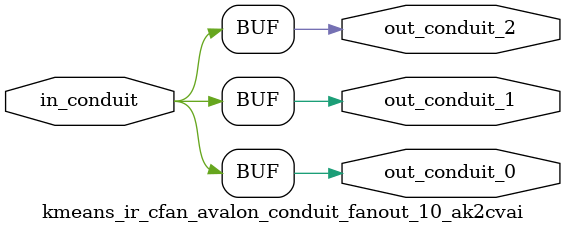
<source format=sv>


 


// --------------------------------------------------------------------------------
//| Avalon Conduit Fan-Out
// --------------------------------------------------------------------------------

// ------------------------------------------
// Generation parameters:
//   output_name:       kmeans_ir_cfan_avalon_conduit_fanout_10_ak2cvai
//   numFanOut:         3
//   
// ------------------------------------------

module kmeans_ir_cfan_avalon_conduit_fanout_10_ak2cvai (     

// Interface: out_conduit_0
 output                    out_conduit_0,
// Interface: out_conduit_1
 output                    out_conduit_1,
// Interface: out_conduit_2
 output                    out_conduit_2,

// Interface: in_conduit
 input                   in_conduit

);

   assign  out_conduit_0 = in_conduit;
   assign  out_conduit_1 = in_conduit;
   assign  out_conduit_2 = in_conduit;

endmodule //


</source>
